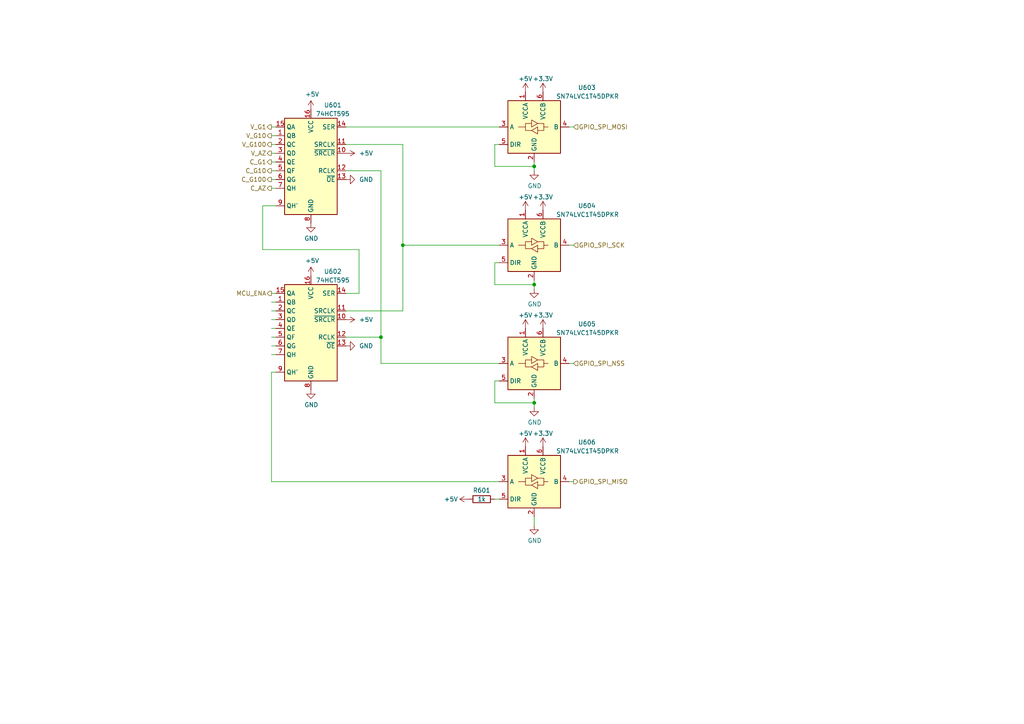
<source format=kicad_sch>
(kicad_sch (version 20211123) (generator eeschema)
  (paper "A4")
  (lib_symbols
    (symbol "74xx:74HCT595"
      (property "Reference" "U" (at -7.62 13.97 0))
      (property "Value" "74HCT595" (at -7.62 -16.51 0))
      (symbol "74HCT595_1_0"
        (pin tri_state line (at 10.16 7.62 180) (length 2.54) (name "QB") (number "1"))
        (pin input line (at -10.16 2.54 0) (length 2.54) (name "~{SRCLR}") (number "10"))
        (pin input line (at -10.16 5.08 0) (length 2.54) (name "SRCLK") (number "11"))
        (pin input line (at -10.16 -2.54 0) (length 2.54) (name "RCLK") (number "12"))
        (pin input line (at -10.16 -5.08 0) (length 2.54) (name "~{OE}") (number "13"))
        (pin input line (at -10.16 10.16 0) (length 2.54) (name "SER") (number "14"))
        (pin tri_state line (at 10.16 10.16 180) (length 2.54) (name "QA") (number "15"))
        (pin power_in line (at 0 15.24 270) (length 2.54) (name "VCC") (number "16"))
        (pin tri_state line (at 10.16 5.08 180) (length 2.54) (name "QC") (number "2"))
        (pin tri_state line (at 10.16 2.54 180) (length 2.54) (name "QD") (number "3"))
        (pin tri_state line (at 10.16 0 180) (length 2.54) (name "QE") (number "4"))
        (pin tri_state line (at 10.16 -2.54 180) (length 2.54) (name "QF") (number "5"))
        (pin tri_state line (at 10.16 -5.08 180) (length 2.54) (name "QG") (number "6"))
        (pin tri_state line (at 10.16 -7.62 180) (length 2.54) (name "QH") (number "7"))
        (pin power_in line (at 0 -17.78 90) (length 2.54) (name "GND") (number "8"))
        (pin output line (at 10.16 -12.7 180) (length 2.54) (name "QH'") (number "9"))
      )
      (symbol "74HCT595_1_1"
        (rectangle (start -7.62 12.7) (end 7.62 -15.24) (stroke (width 0.254)) (fill (type background)))
      )
    )
    (symbol "Device:R" (pin_numbers hide) (pin_names (offset 0))
      (property "Reference" "R" (at 2.032 0 90))
      (property "Value" "R" (at 0 0 90))
      (symbol "R_0_1"
        (rectangle (start -1.016 -2.54) (end 1.016 2.54) (stroke (width 0.254)))
      )
      (symbol "R_1_1"
        (pin passive line (at 0 3.81 270) (length 1.27) (name "~") (number "1"))
        (pin passive line (at 0 -3.81 90) (length 1.27) (name "~") (number "2"))
      )
    )
    (symbol "Logic_LevelTranslator:SN74LVC1T45DBV"
      (property "Reference" "U" (at -6.35 8.89 0))
      (property "Value" "SN74LVC1T45DBV" (at 3.81 8.89 0))
      (symbol "SN74LVC1T45DBV_0_1"
        (rectangle (start -7.62 7.62) (end 7.62 -7.62) (stroke (width 0.254)) (fill (type background)))
        (polyline (pts (xy -2.54 0) (xy -2.54 1.016) (xy -0.762 1.016)))
        (polyline (pts (xy 2.794 0) (xy 2.794 -1.016) (xy 1.016 -1.016)))
        (polyline (pts (xy -0.762 -1.016) (xy -2.54 -1.016) (xy -2.54 0) (xy -4.572 0)))
        (polyline (pts (xy -0.762 0) (xy -0.762 2.032) (xy 1.016 1.016) (xy -0.762 0)))
        (polyline (pts (xy 1.016 1.016) (xy 2.794 1.016) (xy 2.794 0) (xy 4.064 0)))
        (polyline (pts (xy 1.016 0) (xy 1.016 -1.778) (xy 1.016 -2.032) (xy -0.762 -1.016) (xy 1.016 0)))
      )
      (symbol "SN74LVC1T45DBV_1_1"
        (pin power_in line (at -2.54 10.16 270) (length 2.54) (name "VCCA") (number "1"))
        (pin power_in line (at 0 -10.16 90) (length 2.54) (name "GND") (number "2"))
        (pin bidirectional line (at -10.16 0 0) (length 2.54) (name "A") (number "3"))
        (pin bidirectional line (at 10.16 0 180) (length 2.54) (name "B") (number "4"))
        (pin input line (at -10.16 -5.08 0) (length 2.54) (name "DIR") (number "5"))
        (pin power_in line (at 2.54 10.16 270) (length 2.54) (name "VCCB") (number "6"))
      )
    )
    (symbol "power:+3.3V" (power) (pin_names (offset 0))
      (property "Value" "+3.3V" (at 0 3.556 0))
      (symbol "+3.3V_0_1"
        (polyline (pts (xy -0.762 1.27) (xy 0 2.54)))
        (polyline (pts (xy 0 0) (xy 0 2.54)))
        (polyline (pts (xy 0 2.54) (xy 0.762 1.27)))
      )
      (symbol "+3.3V_1_1"
        (pin power_in line (at 0 0 90) (length 0) hide (name "+3.3V") (number "1"))
      )
    )
    (symbol "power:+5V" (power) (pin_names (offset 0))
      (property "Value" "+5V" (at 0 3.556 0))
      (symbol "+5V_0_1"
        (polyline (pts (xy -0.762 1.27) (xy 0 2.54)))
        (polyline (pts (xy 0 0) (xy 0 2.54)))
        (polyline (pts (xy 0 2.54) (xy 0.762 1.27)))
      )
      (symbol "+5V_1_1"
        (pin power_in line (at 0 0 90) (length 0) hide (name "+5V") (number "1"))
      )
    )
    (symbol "power:GND" (power) (pin_names (offset 0))
      (property "Value" "GND" (at 0 -3.81 0))
      (symbol "GND_0_1"
        (polyline (pts (xy 0 0) (xy 0 -1.27) (xy 1.27 -1.27) (xy 0 -2.54) (xy -1.27 -1.27) (xy 0 -1.27)))
      )
      (symbol "GND_1_1"
        (pin power_in line (at 0 0 270) (length 0) hide (name "GND") (number "1"))
      )
    )
  )
  (junction (at 110.49 97.79))
  (junction (at 116.84 71.12))
  (junction (at 154.94 82.55))
  (junction (at 154.94 48.26))
  (junction (at 154.94 116.84))
  (wire (pts (xy 80.01 54.61) (xy 78.74 54.61)))
  (wire (pts (xy 80.01 52.07) (xy 78.74 52.07)))
  (wire (pts (xy 116.84 71.12) (xy 116.84 41.91)))
  (wire (pts (xy 80.01 95.25) (xy 78.74 95.25)))
  (wire (pts (xy 78.74 139.7) (xy 144.78 139.7)))
  (wire (pts (xy 154.94 149.86) (xy 154.94 152.4)))
  (wire (pts (xy 80.01 46.99) (xy 78.74 46.99)))
  (wire (pts (xy 78.74 139.7) (xy 78.74 107.95)))
  (wire (pts (xy 154.94 116.84) (xy 143.51 116.84)))
  (wire (pts (xy 166.37 36.83) (xy 165.1 36.83)))
  (wire (pts (xy 154.94 82.55) (xy 154.94 83.82)))
  (wire (pts (xy 116.84 90.17) (xy 116.84 71.12)))
  (wire (pts (xy 80.01 59.69) (xy 76.2 59.69)))
  (wire (pts (xy 104.14 72.39) (xy 104.14 85.09)))
  (wire (pts (xy 110.49 105.41) (xy 110.49 97.79)))
  (wire (pts (xy 166.37 139.7) (xy 165.1 139.7)))
  (wire (pts (xy 110.49 97.79) (xy 110.49 49.53)))
  (wire (pts (xy 76.2 72.39) (xy 104.14 72.39)))
  (wire (pts (xy 154.94 116.84) (xy 154.94 118.11)))
  (wire (pts (xy 80.01 97.79) (xy 78.74 97.79)))
  (wire (pts (xy 144.78 76.2) (xy 143.51 76.2)))
  (wire (pts (xy 80.01 36.83) (xy 78.74 36.83)))
  (wire (pts (xy 80.01 92.71) (xy 78.74 92.71)))
  (wire (pts (xy 100.33 36.83) (xy 144.78 36.83)))
  (wire (pts (xy 154.94 46.99) (xy 154.94 48.26)))
  (wire (pts (xy 80.01 44.45) (xy 78.74 44.45)))
  (wire (pts (xy 143.51 48.26) (xy 143.51 41.91)))
  (wire (pts (xy 144.78 110.49) (xy 143.51 110.49)))
  (wire (pts (xy 144.78 41.91) (xy 143.51 41.91)))
  (wire (pts (xy 116.84 71.12) (xy 144.78 71.12)))
  (wire (pts (xy 100.33 97.79) (xy 110.49 97.79)))
  (wire (pts (xy 154.94 48.26) (xy 143.51 48.26)))
  (wire (pts (xy 100.33 41.91) (xy 116.84 41.91)))
  (wire (pts (xy 78.74 107.95) (xy 80.01 107.95)))
  (wire (pts (xy 80.01 100.33) (xy 78.74 100.33)))
  (wire (pts (xy 104.14 85.09) (xy 100.33 85.09)))
  (wire (pts (xy 80.01 87.63) (xy 78.74 87.63)))
  (wire (pts (xy 76.2 59.69) (xy 76.2 72.39)))
  (wire (pts (xy 110.49 105.41) (xy 144.78 105.41)))
  (wire (pts (xy 143.51 82.55) (xy 143.51 76.2)))
  (wire (pts (xy 80.01 102.87) (xy 78.74 102.87)))
  (wire (pts (xy 80.01 39.37) (xy 78.74 39.37)))
  (wire (pts (xy 154.94 48.26) (xy 154.94 49.53)))
  (wire (pts (xy 144.78 144.78) (xy 143.51 144.78)))
  (wire (pts (xy 166.37 105.41) (xy 165.1 105.41)))
  (wire (pts (xy 154.94 115.57) (xy 154.94 116.84)))
  (wire (pts (xy 154.94 81.28) (xy 154.94 82.55)))
  (wire (pts (xy 143.51 116.84) (xy 143.51 110.49)))
  (wire (pts (xy 154.94 82.55) (xy 143.51 82.55)))
  (wire (pts (xy 100.33 49.53) (xy 110.49 49.53)))
  (wire (pts (xy 80.01 90.17) (xy 78.74 90.17)))
  (wire (pts (xy 100.33 90.17) (xy 116.84 90.17)))
  (wire (pts (xy 80.01 85.09) (xy 78.74 85.09)))
  (wire (pts (xy 80.01 49.53) (xy 78.74 49.53)))
  (wire (pts (xy 80.01 41.91) (xy 78.74 41.91)))
  (wire (pts (xy 166.37 71.12) (xy 165.1 71.12)))
  (hierarchical_label "C_G1" (shape output) (at 78.74 46.99 180))
  (hierarchical_label "MCU_ENA" (shape output) (at 78.74 85.09 180))
  (hierarchical_label "GPIO_SPI_MOSI" (shape input) (at 166.37 36.83 0))
  (hierarchical_label "C_G10" (shape output) (at 78.74 49.53 180))
  (hierarchical_label "V_AZ" (shape output) (at 78.74 44.45 180))
  (hierarchical_label "GPIO_SPI_NSS" (shape input) (at 166.37 105.41 0))
  (hierarchical_label "V_G100" (shape output) (at 78.74 41.91 180))
  (hierarchical_label "C_AZ" (shape output) (at 78.74 54.61 180))
  (hierarchical_label "V_G1" (shape output) (at 78.74 36.83 180))
  (hierarchical_label "GPIO_SPI_MISO" (shape output) (at 166.37 139.7 0))
  (hierarchical_label "GPIO_SPI_SCK" (shape input) (at 166.37 71.12 0))
  (hierarchical_label "V_G10" (shape output) (at 78.74 39.37 180))
  (hierarchical_label "C_G100" (shape output) (at 78.74 52.07 180))
  (symbol (lib_id "power:+5V") (at 100.33 44.45 270) (unit 1)
    (property "Reference" "#PWR0605" (effects hide))
    (property "Value" "+5V" (at 104.14 44.45 90) (effects (justify left)))
  )
  (symbol (lib_id "power:+5V") (at 100.33 92.71 270) (unit 1)
    (property "Reference" "#PWR0607" (effects hide))
    (property "Value" "+5V" (at 104.14 92.71 90) (effects (justify left)))
  )
  (symbol (lib_id "power:+3.3V") (at 157.48 95.25 0) (unit 1)
    (property "Reference" "#PWR0620" (effects hide))
    (property "Value" "+3.3V" (at 157.48 91.44 0))
  )
  (symbol (lib_id "Logic_LevelTranslator:SN74LVC1T45DBV") (at 154.94 139.7 0) (unit 1)
    (property "Reference" "U606" (at 167.64 128.27 0) (effects (justify left)))
    (property "Value" "SN74LVC1T45DPKR" (at 161.29 130.81 0) (effects (justify left)))
    (property "Footprint" "Package_TO_SOT_SMD:SOT-23-6" (effects hide))
    (property "Datasheet" "http://www.ti.com/lit/ds/symlink/sn74lvc1t45.pdf" (effects hide))
  )
  (symbol (lib_id "power:+5V") (at 152.4 95.25 0) (unit 1)
    (property "Reference" "#PWR0612" (effects hide))
    (property "Value" "+5V" (at 152.4 91.44 0))
  )
  (symbol (lib_id "power:GND") (at 90.17 64.77 0) (unit 1)
    (property "Reference" "#PWR0602" (effects hide))
    (property "Value" "GND" (at 90.297 69.1642 0))
  )
  (symbol (lib_id "74xx:74HCT595") (at 90.17 46.99 0) (mirror y) (unit 1)
    (property "Reference" "U601" (at 96.52 30.48 0))
    (property "Value" "74HCT595" (at 96.52 33.02 0))
    (property "Footprint" "Package_SO:TSSOP-16_4.4x5mm_P0.65mm" (effects hide))
    (property "Datasheet" "https://assets.nexperia.com/documents/data-sheet/74HC_HCT595.pdf" (effects hide))
  )
  (symbol (lib_id "power:GND") (at 90.17 113.03 0) (unit 1)
    (property "Reference" "#PWR0604" (effects hide))
    (property "Value" "GND" (at 90.297 117.4242 0))
  )
  (symbol (lib_id "power:+5V") (at 152.4 26.67 0) (unit 1)
    (property "Reference" "#PWR0610" (effects hide))
    (property "Value" "+5V" (at 152.4 22.86 0))
  )
  (symbol (lib_id "power:+5V") (at 152.4 129.54 0) (unit 1)
    (property "Reference" "#PWR0613" (effects hide))
    (property "Value" "+5V" (at 152.4 125.73 0))
  )
  (symbol (lib_id "power:GND") (at 154.94 83.82 0) (unit 1)
    (property "Reference" "#PWR0615" (effects hide))
    (property "Value" "GND" (at 155.067 88.2142 0))
  )
  (symbol (lib_id "power:GND") (at 100.33 100.33 90) (unit 1)
    (property "Reference" "#PWR0608" (effects hide))
    (property "Value" "GND" (at 104.14 100.33 90) (effects (justify right)))
  )
  (symbol (lib_id "power:+3.3V") (at 157.48 26.67 0) (unit 1)
    (property "Reference" "#PWR0618" (effects hide))
    (property "Value" "+3.3V" (at 157.48 22.86 0))
  )
  (symbol (lib_id "Logic_LevelTranslator:SN74LVC1T45DBV") (at 154.94 36.83 0) (unit 1)
    (property "Reference" "U603" (at 167.64 25.4 0) (effects (justify left)))
    (property "Value" "SN74LVC1T45DPKR" (at 161.29 27.94 0) (effects (justify left)))
    (property "Footprint" "Package_TO_SOT_SMD:SOT-23-6" (effects hide))
    (property "Datasheet" "http://www.ti.com/lit/ds/symlink/sn74lvc1t45.pdf" (effects hide))
  )
  (symbol (lib_id "power:+5V") (at 90.17 80.01 0) (unit 1)
    (property "Reference" "#PWR0603" (effects hide))
    (property "Value" "+5V" (at 90.551 75.6158 0))
  )
  (symbol (lib_id "power:+5V") (at 152.4 60.96 0) (unit 1)
    (property "Reference" "#PWR0611" (effects hide))
    (property "Value" "+5V" (at 152.4 57.15 0))
  )
  (symbol (lib_id "power:GND") (at 154.94 118.11 0) (unit 1)
    (property "Reference" "#PWR0616" (effects hide))
    (property "Value" "GND" (at 155.067 122.5042 0))
  )
  (symbol (lib_id "power:+5V") (at 135.89 144.78 90) (unit 1)
    (property "Reference" "#PWR0609" (effects hide))
    (property "Value" "+5V" (at 130.81 144.78 90))
  )
  (symbol (lib_id "power:+5V") (at 90.17 31.75 0) (unit 1)
    (property "Reference" "#PWR0601" (effects hide))
    (property "Value" "+5V" (at 90.551 27.3558 0))
  )
  (symbol (lib_id "power:+3.3V") (at 157.48 60.96 0) (unit 1)
    (property "Reference" "#PWR0619" (effects hide))
    (property "Value" "+3.3V" (at 157.48 57.15 0))
  )
  (symbol (lib_id "Device:R") (at 139.7 144.78 270) (unit 1)
    (property "Reference" "R601" (at 139.7 142.24 90))
    (property "Value" "1k" (at 139.7 144.78 90))
    (property "Footprint" "Resistor_SMD:R_0603_1608Metric_Pad0.98x0.95mm_HandSolder" (effects hide))
  )
  (symbol (lib_id "Logic_LevelTranslator:SN74LVC1T45DBV") (at 154.94 105.41 0) (unit 1)
    (property "Reference" "U605" (at 167.64 93.98 0) (effects (justify left)))
    (property "Value" "SN74LVC1T45DPKR" (at 161.29 96.52 0) (effects (justify left)))
    (property "Footprint" "Package_TO_SOT_SMD:SOT-23-6" (effects hide))
    (property "Datasheet" "http://www.ti.com/lit/ds/symlink/sn74lvc1t45.pdf" (effects hide))
  )
  (symbol (lib_id "power:GND") (at 100.33 52.07 90) (unit 1)
    (property "Reference" "#PWR0606" (effects hide))
    (property "Value" "GND" (at 104.14 52.07 90) (effects (justify right)))
  )
  (symbol (lib_id "Logic_LevelTranslator:SN74LVC1T45DBV") (at 154.94 71.12 0) (unit 1)
    (property "Reference" "U604" (at 167.64 59.69 0) (effects (justify left)))
    (property "Value" "SN74LVC1T45DPKR" (at 161.29 62.23 0) (effects (justify left)))
    (property "Footprint" "Package_TO_SOT_SMD:SOT-23-6" (effects hide))
    (property "Datasheet" "http://www.ti.com/lit/ds/symlink/sn74lvc1t45.pdf" (effects hide))
  )
  (symbol (lib_id "power:GND") (at 154.94 152.4 0) (unit 1)
    (property "Reference" "#PWR0617" (effects hide))
    (property "Value" "GND" (at 155.067 156.7942 0))
  )
  (symbol (lib_id "power:GND") (at 154.94 49.53 0) (unit 1)
    (property "Reference" "#PWR0614" (effects hide))
    (property "Value" "GND" (at 155.067 53.9242 0))
  )
  (symbol (lib_id "74xx:74HCT595") (at 90.17 95.25 0) (mirror y) (unit 1)
    (property "Reference" "U602" (at 96.52 78.74 0))
    (property "Value" "74HCT595" (at 96.52 81.28 0))
    (property "Footprint" "Package_SO:TSSOP-16_4.4x5mm_P0.65mm" (effects hide))
    (property "Datasheet" "https://assets.nexperia.com/documents/data-sheet/74HC_HCT595.pdf" (effects hide))
  )
  (symbol (lib_id "power:+3.3V") (at 157.48 129.54 0) (unit 1)
    (property "Reference" "#PWR0621" (effects hide))
    (property "Value" "+3.3V" (at 157.48 125.73 0))
  )
)
</source>
